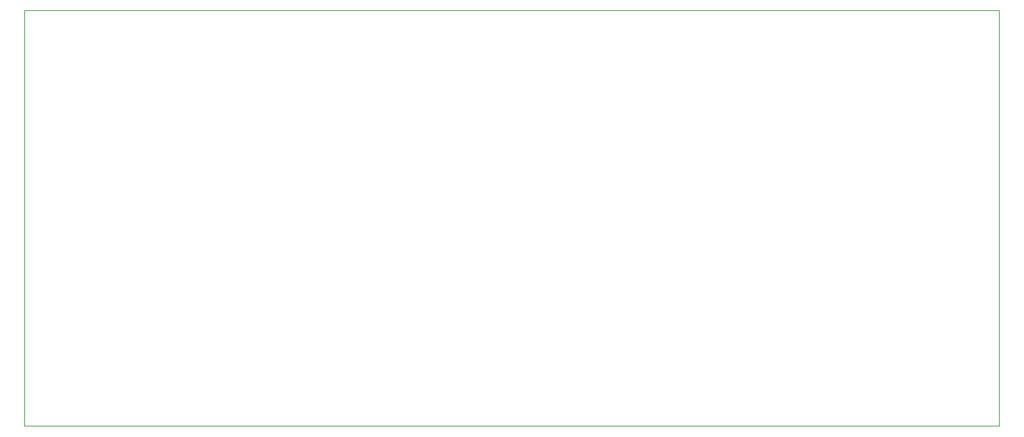
<source format=gbr>
G04 #@! TF.GenerationSoftware,KiCad,Pcbnew,(5.1.5)-3*
G04 #@! TF.CreationDate,2020-08-11T20:18:42+09:00*
G04 #@! TF.ProjectId,CPC-400 Audio&Video Board Mk.II,4350432d-3430-4302-9041-7564696f2656,rev?*
G04 #@! TF.SameCoordinates,Original*
G04 #@! TF.FileFunction,Profile,NP*
%FSLAX46Y46*%
G04 Gerber Fmt 4.6, Leading zero omitted, Abs format (unit mm)*
G04 Created by KiCad (PCBNEW (5.1.5)-3) date 2020-08-11 20:18:42*
%MOMM*%
%LPD*%
G04 APERTURE LIST*
%ADD10C,0.200000*%
G04 APERTURE END LIST*
D10*
X0Y-100000000D02*
X0Y0D01*
X234400000Y-100000000D02*
X0Y-100000000D01*
X234400000Y0D02*
X234400000Y-100000000D01*
X0Y0D02*
X234400000Y0D01*
M02*

</source>
